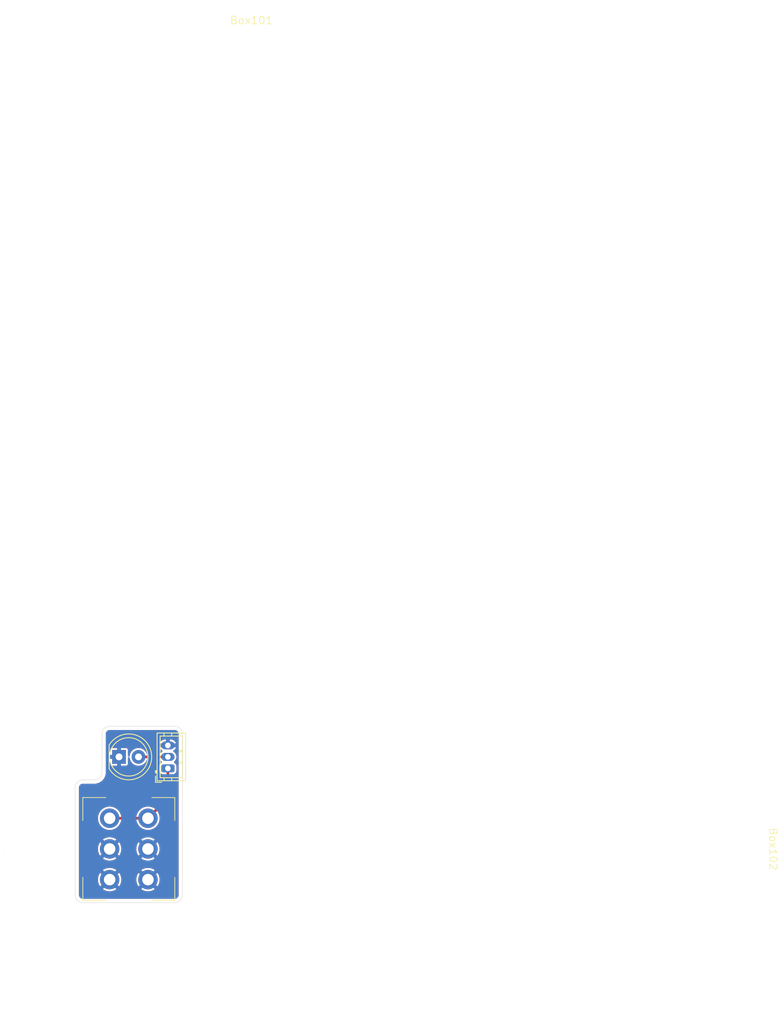
<source format=kicad_pcb>
(kicad_pcb (version 20241229) (generator "pcbnew") (generator_version "9.0")
  (layers (0 "F.Cu" signal) (2 "B.Cu" signal) (13 "F.Paste" user) (15 "B.Paste" user) (5 "F.SilkS" user "F.Silkscreen") (7 "B.SilkS" user "B.Silkscreen") (1 "F.Mask" user) (3 "B.Mask" user) (25 "Edge.Cuts" user))
  (net 0 "")
  (net 1 "GND")
  (net 2 "FS")
  (net 3 "LED")
  (footprint "Connector_JST:JST_ZH_B3B-ZR_1x03_P1.50mm_Vertical" (layer "F.Cu") (at 89.1 133.5 90)
    (property "Reference" "J101" (hide yes))
    (property "Value" "Conn_01x03_Pin" (hide yes))
    (fp_line (start -0.3 -1.61) (end -0.6 -1.61) (stroke (width 0.12)) (layer "F.SilkS"))
    (fp_line (start -0.6 -1.61) (end -0.6 -1.41) (stroke (width 0.12)) (layer "F.SilkS"))
    (fp_line (start -1.01 -1.61) (end -1.81 -1.61) (stroke (width 0.12)) (layer "F.SilkS"))
    (fp_line (start -1.81 -1.61) (end -1.81 -0.81) (stroke (width 0.12)) (layer "F.SilkS"))
    (fp_line (start -0.3 -1.51) (end -0.6 -1.51) (stroke (width 0.12)) (layer "F.SilkS"))
    (fp_line (start 4.61 -1.41) (end -1.61 -1.41) (stroke (width 0.12)) (layer "F.SilkS"))
    (fp_line (start -0.3 -1.41) (end -0.3 -1.61) (stroke (width 0.12)) (layer "F.SilkS"))
    (fp_line (start -1.61 -1.41) (end -1.61 2.31) (stroke (width 0.12)) (layer "F.SilkS"))
    (fp_line (start 4.21 -1.01) (end -1.21 -1.01) (stroke (width 0.12)) (layer "F.SilkS"))
    (fp_line (start -1.21 -1.01) (end -1.21 1.91) (stroke (width 0.12)) (layer "F.SilkS"))
    (fp_line (start 4.61 -0.5) (end 4.21 -0.5) (stroke (width 0.12)) (layer "F.SilkS"))
    (fp_line (start -1.61 -0.5) (end -1.21 -0.5) (stroke (width 0.12)) (layer "F.SilkS"))
    (fp_line (start 4.61 0.5) (end 4.21 0.5) (stroke (width 0.12)) (layer "F.SilkS"))
    (fp_line (start -1.61 0.5) (end -1.21 0.5) (stroke (width 0.12)) (layer "F.SilkS"))
    (fp_line (start 2.35 1.51) (end 2.35 1.91) (stroke (width 0.12)) (layer "F.SilkS"))
    (fp_line (start 2.15 1.51) (end 2.35 1.51) (stroke (width 0.12)) (layer "F.SilkS"))
    (fp_line (start 0.85 1.51) (end 0.85 1.91) (stroke (width 0.12)) (layer "F.SilkS"))
    (fp_line (start 0.65 1.51) (end 0.85 1.51) (stroke (width 0.12)) (layer "F.SilkS"))
    (fp_line (start 4.21 1.91) (end 4.21 -1.01) (stroke (width 0.12)) (layer "F.SilkS"))
    (fp_line (start 2.25 1.91) (end 2.25 1.51) (stroke (width 0.12)) (layer "F.SilkS"))
    (fp_line (start 2.15 1.91) (end 2.15 1.51) (stroke (width 0.12)) (layer "F.SilkS"))
    (fp_line (start 0.75 1.91) (end 0.75 1.51) (stroke (width 0.12)) (layer "F.SilkS"))
    (fp_line (start 0.65 1.91) (end 0.65 1.51) (stroke (width 0.12)) (layer "F.SilkS"))
    (fp_line (start -1.21 1.91) (end 4.21 1.91) (stroke (width 0.12)) (layer "F.SilkS"))
    (fp_line (start 4.61 2.31) (end 4.61 -1.41) (stroke (width 0.12)) (layer "F.SilkS"))
    (fp_line (start -1.61 2.31) (end 4.61 2.31) (stroke (width 0.12)) (layer "F.SilkS"))
    (pad "1" thru_hole roundrect (at 0 0 90) (size 1.03 1.73) (drill 0.73) (layers "*.Cu" "*.Mask") (roundrect_rratio 0.242718) (net 2 "FS"))
    (pad "2" thru_hole oval (at 1.5 0 90) (size 1.03 1.73) (drill 0.73) (layers "*.Cu" "*.Mask") (net 3 "LED"))
    (pad "3" thru_hole oval (at 3 0 90) (size 1.03 1.73) (drill 0.73) (layers "*.Cu" "*.Mask") (net 1 "GND"))
  )
  (footprint "Mylib:FS5700DPMT2B2M2QE" (layer "F.Cu") (at 84 144 90)
    (property "Reference" "SW101" (hide yes))
    (property "Value" "SW_DPDT_x2")
    (fp_line (start 6.7 -6) (end 6.7 -3) (stroke (width 0.1)) (layer "F.SilkS"))
    (fp_line (start 3.7 -6) (end 6.7 -6) (stroke (width 0.1)) (layer "F.SilkS"))
    (fp_line (start -6.7 -6) (end -3.7 -6) (stroke (width 0.1)) (layer "F.SilkS"))
    (fp_line (start -6.7 -6) (end -6.7 -3) (stroke (width 0.1)) (layer "F.SilkS"))
    (fp_line (start 6.7 3) (end 6.7 6) (stroke (width 0.1)) (layer "F.SilkS"))
    (fp_line (start -6.7 3) (end -6.7 6) (stroke (width 0.1)) (layer "F.SilkS"))
    (fp_line (start 6.7 6) (end 3.7 6) (stroke (width 0.1)) (layer "F.SilkS"))
    (fp_line (start -6.7 6) (end -3.7 6) (stroke (width 0.1)) (layer "F.SilkS"))
    (pad "1" thru_hole circle (at -4 -2.5 90) (size 2.54 2.54) (drill 1.5) (layers "*.Cu" "*.Mask") (net 1 "GND"))
    (pad "2" thru_hole circle (at 0 -2.5 90) (size 2.54 2.54) (drill 1.5) (layers "*.Cu" "*.Mask") (net 1 "GND"))
    (pad "3" thru_hole circle (at 4 -2.5 90) (size 2.54 2.54) (drill 1.5) (layers "*.Cu" "*.Mask") (net 2 "FS"))
    (pad "4" thru_hole circle (at -4 2.5 90) (size 2.54 2.54) (drill 1.5) (layers "*.Cu" "*.Mask") (net 1 "GND"))
    (pad "5" thru_hole circle (at 0 2.5 90) (size 2.54 2.54) (drill 1.5) (layers "*.Cu" "*.Mask") (net 1 "GND"))
    (pad "6" thru_hole circle (at 4 2.5 90) (size 2.54 2.54) (drill 1.5) (layers "*.Cu" "*.Mask") (net 2 "FS"))
  )
  (footprint "Mylib:125B" (layer "F.Cu") (at 100 100)
    (property "Reference" "Box101" (at 0 -64 0) (layer "F.SilkS") (effects (font (thickness 0.1))))
    (property "Value" "125B")
  )
  (footprint "LED_THT:LED_D5.0mm" (layer "F.Cu") (at 82.725 132)
    (property "Reference" "D101" (hide yes))
    (property "Value" "LED")
    (fp_line (start -1.29 -1.545) (end -1.29 1.545) (stroke (width 0.12)) (layer "F.SilkS"))
    (fp_arc (start -1.29 -1.54483) (mid 2.071779 -2.880495) (end 4.26 0) (stroke (width 0.12)) (layer "F.SilkS"))
    (fp_arc (start 4.26 0) (mid 2.071779 2.880495) (end -1.29 1.54483) (stroke (width 0.12)) (layer "F.SilkS"))
    (fp_circle (center 1.27 0) (end 3.77 0) (stroke (width 0.12)) (fill no) (layer "F.SilkS"))
    (pad "1" thru_hole rect (at 0 0) (size 1.8 1.8) (drill 0.9) (layers "*.Cu" "*.Mask") (net 1 "GND"))
    (pad "2" thru_hole circle (at 2.54 0) (size 1.8 1.8) (drill 0.9) (layers "*.Cu" "*.Mask") (net 3 "LED"))
  )
  (footprint "Mylib:1590A" (layer "F.Cu") (at 118.0875 144 -90)
    (property "Reference" "Box102" (at 0 -50 270) (layer "F.SilkS") (effects (font (thickness 0.1))))
    (property "Value" "1590A")
    (fp_line (start 0.05 50.375) (end 0.05 50.375) (stroke (width 0.1)) (layer "F.SilkS"))
  )
  (gr_line (start 78 135) (end 79.5 135) (stroke (width 0.05)) (layer "Edge.Cuts"))
  (gr_line (start 90 128) (end 81.5 128) (stroke (width 0.05)) (layer "Edge.Cuts"))
  (gr_arc (start 80.5 134) (mid 80.207107 134.707107) (end 79.5 135) (stroke (width 0.05)) (layer "Edge.Cuts"))
  (gr_arc (start 78 151) (mid 77.292893 150.707107) (end 77 150) (stroke (width 0.05)) (layer "Edge.Cuts"))
  (gr_arc (start 80.5 129) (mid 80.792893 128.292893) (end 81.5 128) (stroke (width 0.05)) (layer "Edge.Cuts"))
  (gr_arc (start 90 128) (mid 90.707107 128.292893) (end 91 129) (stroke (width 0.05)) (layer "Edge.Cuts"))
  (gr_line (start 78 151) (end 90 151) (stroke (width 0.05)) (layer "Edge.Cuts"))
  (gr_line (start 77 136) (end 77 150) (stroke (width 0.05)) (layer "Edge.Cuts"))
  (gr_line (start 91 129) (end 91 150) (stroke (width 0.05)) (layer "Edge.Cuts"))
  (gr_line (start 80.5 129) (end 80.5 134) (stroke (width 0.05)) (layer "Edge.Cuts"))
  (gr_arc (start 91 150) (mid 90.707107 150.707107) (end 90 151) (stroke (width 0.05)) (layer "Edge.Cuts"))
  (gr_arc (start 77 136) (mid 77.292893 135.292893) (end 78 135) (stroke (width 0.05)) (layer "Edge.Cuts"))
  (segment (start 86.5 140) (end 81.5 140) (width 0.35) (layer "F.Cu") (net 2))
  (segment (start 89.1 137.4) (end 86.5 140) (width 0.35) (layer "F.Cu") (net 2))
  (segment (start 89.1 133.5) (end 89.1 137.4) (width 0.35) (layer "F.Cu") (net 2))
  (segment (start 89.1 132) (end 85.265 132) (width 0.35) (layer "F.Cu") (net 3))
  (zone (net 1) (net_name "GND") (layers "F.Cu" "B.Cu") (priority 1) (connect_pads (clearance 0.25)) (min_thickness 0.25) (fill yes (thermal_gap 0.25) (thermal_bridge_width 0.5))
    (polygon (pts (xy 75 125) (xy 92.5 125) (xy 92.5 152.5) (xy 75 152.5)))
  )
)
</source>
